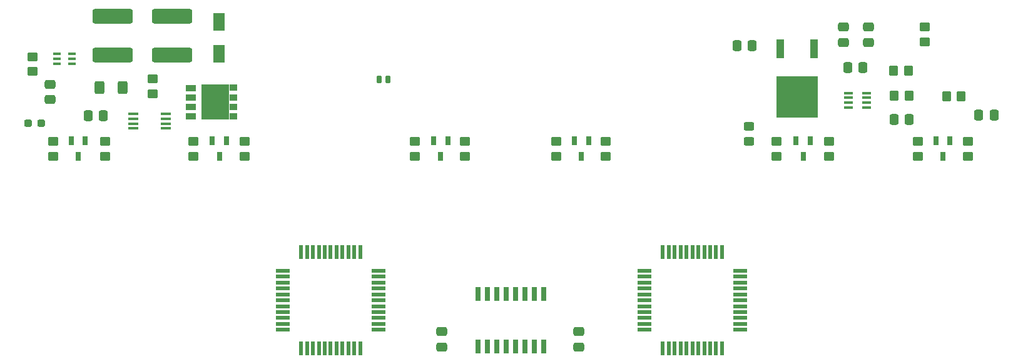
<source format=gtp>
G04 #@! TF.GenerationSoftware,KiCad,Pcbnew,8.0.4*
G04 #@! TF.CreationDate,2024-11-13T17:36:54+01:00*
G04 #@! TF.ProjectId,nixie_alarm_main_board,6e697869-655f-4616-9c61-726d5f6d6169,rev?*
G04 #@! TF.SameCoordinates,Original*
G04 #@! TF.FileFunction,Paste,Top*
G04 #@! TF.FilePolarity,Positive*
%FSLAX46Y46*%
G04 Gerber Fmt 4.6, Leading zero omitted, Abs format (unit mm)*
G04 Created by KiCad (PCBNEW 8.0.4) date 2024-11-13 17:36:54*
%MOMM*%
%LPD*%
G01*
G04 APERTURE LIST*
G04 Aperture macros list*
%AMRoundRect*
0 Rectangle with rounded corners*
0 $1 Rounding radius*
0 $2 $3 $4 $5 $6 $7 $8 $9 X,Y pos of 4 corners*
0 Add a 4 corners polygon primitive as box body*
4,1,4,$2,$3,$4,$5,$6,$7,$8,$9,$2,$3,0*
0 Add four circle primitives for the rounded corners*
1,1,$1+$1,$2,$3*
1,1,$1+$1,$4,$5*
1,1,$1+$1,$6,$7*
1,1,$1+$1,$8,$9*
0 Add four rect primitives between the rounded corners*
20,1,$1+$1,$2,$3,$4,$5,0*
20,1,$1+$1,$4,$5,$6,$7,0*
20,1,$1+$1,$6,$7,$8,$9,0*
20,1,$1+$1,$8,$9,$2,$3,0*%
G04 Aperture macros list end*
%ADD10RoundRect,0.250000X-0.450000X0.350000X-0.450000X-0.350000X0.450000X-0.350000X0.450000X0.350000X0*%
%ADD11R,0.600000X1.900000*%
%ADD12R,1.900000X0.600000*%
%ADD13RoundRect,0.250000X0.337500X0.475000X-0.337500X0.475000X-0.337500X-0.475000X0.337500X-0.475000X0*%
%ADD14RoundRect,0.249999X2.450001X-0.737501X2.450001X0.737501X-2.450001X0.737501X-2.450001X-0.737501X0*%
%ADD15RoundRect,0.250000X0.450000X-0.350000X0.450000X0.350000X-0.450000X0.350000X-0.450000X-0.350000X0*%
%ADD16R,0.650000X1.200000*%
%ADD17R,1.000000X0.400000*%
%ADD18R,1.400000X0.450000*%
%ADD19RoundRect,0.250000X0.475000X-0.337500X0.475000X0.337500X-0.475000X0.337500X-0.475000X-0.337500X0*%
%ADD20R,1.200000X0.450000*%
%ADD21RoundRect,0.250000X-0.475000X0.337500X-0.475000X-0.337500X0.475000X-0.337500X0.475000X0.337500X0*%
%ADD22RoundRect,0.250000X0.350000X0.450000X-0.350000X0.450000X-0.350000X-0.450000X0.350000X-0.450000X0*%
%ADD23R,1.060000X2.600000*%
%ADD24R,5.632000X5.700000*%
%ADD25R,0.700000X1.825000*%
%ADD26RoundRect,0.250000X-0.337500X-0.475000X0.337500X-0.475000X0.337500X0.475000X-0.337500X0.475000X0*%
%ADD27RoundRect,0.250000X-0.350000X-0.450000X0.350000X-0.450000X0.350000X0.450000X-0.350000X0.450000X0*%
%ADD28RoundRect,0.250000X-0.400000X-0.625000X0.400000X-0.625000X0.400000X0.625000X-0.400000X0.625000X0*%
%ADD29RoundRect,0.062500X0.250000X-0.437500X0.250000X0.437500X-0.250000X0.437500X-0.250000X-0.437500X0*%
%ADD30R,1.550000X2.350000*%
%ADD31R,1.450000X0.850000*%
%ADD32R,1.050000X0.850000*%
%ADD33R,3.750000X4.700000*%
%ADD34RoundRect,0.250000X0.450000X-0.325000X0.450000X0.325000X-0.450000X0.325000X-0.450000X-0.325000X0*%
%ADD35RoundRect,0.237500X0.287500X0.237500X-0.287500X0.237500X-0.287500X-0.237500X0.287500X-0.237500X0*%
G04 APERTURE END LIST*
D10*
X142850000Y-93828000D03*
X142850000Y-95828000D03*
D11*
X135500000Y-108850000D03*
X134700000Y-108850000D03*
X133900000Y-108850000D03*
X133100000Y-108850000D03*
X132300000Y-108850000D03*
X131500000Y-108850000D03*
X130700000Y-108850000D03*
X129900000Y-108850000D03*
X129100000Y-108850000D03*
X128300000Y-108850000D03*
X127500000Y-108850000D03*
D12*
X125000000Y-111350000D03*
X125000000Y-112150000D03*
X125000000Y-112950000D03*
X125000000Y-113750000D03*
X125000000Y-114550000D03*
X125000000Y-115350000D03*
X125000000Y-116150000D03*
X125000000Y-116950000D03*
X125000000Y-117750000D03*
X125000000Y-118550000D03*
X125000000Y-119350000D03*
D11*
X127500000Y-121850000D03*
X128300000Y-121850000D03*
X129100000Y-121850000D03*
X129900000Y-121850000D03*
X130700000Y-121850000D03*
X131500000Y-121850000D03*
X132300000Y-121850000D03*
X133100000Y-121850000D03*
X133900000Y-121850000D03*
X134700000Y-121850000D03*
X135500000Y-121850000D03*
D12*
X138000000Y-119350000D03*
X138000000Y-118550000D03*
X138000000Y-117750000D03*
X138000000Y-116950000D03*
X138000000Y-116150000D03*
X138000000Y-115350000D03*
X138000000Y-114550000D03*
X138000000Y-113750000D03*
X138000000Y-112950000D03*
X138000000Y-112150000D03*
X138000000Y-111350000D03*
D13*
X188537500Y-80878000D03*
X186462500Y-80878000D03*
D14*
X102000000Y-82137500D03*
X102000000Y-76862500D03*
D10*
X162050000Y-93828000D03*
X162050000Y-95828000D03*
D15*
X107450000Y-87375000D03*
X107450000Y-85375000D03*
D16*
X166410000Y-93728000D03*
X164490000Y-93728000D03*
X165450000Y-95828000D03*
D17*
X94450000Y-82000000D03*
X94450000Y-82650000D03*
X94450000Y-83300000D03*
X96450000Y-83300000D03*
X96450000Y-82650000D03*
X96450000Y-82000000D03*
D18*
X104750000Y-90125000D03*
X104750000Y-90775000D03*
X104750000Y-91425000D03*
X104750000Y-92075000D03*
X109150000Y-92075000D03*
X109150000Y-91425000D03*
X109150000Y-90775000D03*
X109150000Y-90125000D03*
D19*
X165100000Y-121687500D03*
X165100000Y-119612500D03*
D10*
X100950000Y-93828000D03*
X100950000Y-95828000D03*
D20*
X201550000Y-87275000D03*
X201550000Y-87925000D03*
X201550000Y-88575000D03*
X201550000Y-89225000D03*
X204050000Y-89225000D03*
X204050000Y-88575000D03*
X204050000Y-87925000D03*
X204050000Y-87275000D03*
D16*
X147350000Y-93728000D03*
X145430000Y-93728000D03*
X146390000Y-95828000D03*
D15*
X211875000Y-80375000D03*
X211875000Y-78375000D03*
D10*
X112950000Y-93828000D03*
X112950000Y-95828000D03*
D21*
X204300000Y-78340500D03*
X204300000Y-80415500D03*
D22*
X216825000Y-87750000D03*
X214825000Y-87750000D03*
D10*
X217750000Y-93828000D03*
X217750000Y-95828000D03*
D21*
X93550000Y-86112500D03*
X93550000Y-88187500D03*
D16*
X215310000Y-93728000D03*
X213390000Y-93728000D03*
X214350000Y-95828000D03*
D23*
X196911000Y-81265000D03*
D24*
X194625000Y-87815000D03*
D23*
X192339000Y-81265000D03*
D10*
X191850000Y-93828000D03*
X191850000Y-95828000D03*
X198950000Y-93828000D03*
X198950000Y-95828000D03*
D16*
X117410000Y-93728000D03*
X115490000Y-93728000D03*
X116450000Y-95828000D03*
D10*
X93950000Y-93828000D03*
X93950000Y-95828000D03*
D16*
X196410000Y-93728000D03*
X194490000Y-93728000D03*
X195450000Y-95828000D03*
D25*
X160345000Y-114466000D03*
X159075000Y-114466000D03*
X157805000Y-114466000D03*
X156535000Y-114466000D03*
X155265000Y-114466000D03*
X153995000Y-114466000D03*
X152725000Y-114466000D03*
X151455000Y-114466000D03*
X151455000Y-121590000D03*
X152725000Y-121590000D03*
X153995000Y-121590000D03*
X155265000Y-121590000D03*
X156535000Y-121590000D03*
X157805000Y-121590000D03*
X159075000Y-121590000D03*
X160345000Y-121590000D03*
D10*
X168750000Y-93828000D03*
X168750000Y-95828000D03*
D26*
X201462500Y-83875000D03*
X203537500Y-83875000D03*
D15*
X91125000Y-84375000D03*
X91125000Y-82375000D03*
D22*
X209650000Y-84275000D03*
X207650000Y-84275000D03*
D10*
X119850000Y-93828000D03*
X119850000Y-95828000D03*
D26*
X219212500Y-90275000D03*
X221287500Y-90275000D03*
D10*
X210950000Y-93828000D03*
X210950000Y-95828000D03*
D13*
X209812500Y-90900000D03*
X207737500Y-90900000D03*
D14*
X110025000Y-82137500D03*
X110025000Y-76862500D03*
D27*
X207750000Y-87625000D03*
X209750000Y-87625000D03*
D28*
X100250000Y-86525000D03*
X103350000Y-86525000D03*
D19*
X146500000Y-121687500D03*
X146500000Y-119612500D03*
D29*
X138050000Y-85490000D03*
X139275000Y-85490000D03*
D19*
X200850000Y-80415500D03*
X200850000Y-78340500D03*
D30*
X116350000Y-81955000D03*
X116350000Y-77655000D03*
D16*
X98310000Y-93728000D03*
X96390000Y-93728000D03*
X97350000Y-95828000D03*
D11*
X184450000Y-108850000D03*
X183650000Y-108850000D03*
X182850000Y-108850000D03*
X182050000Y-108850000D03*
X181250000Y-108850000D03*
X180450000Y-108850000D03*
X179650000Y-108850000D03*
X178850000Y-108850000D03*
X178050000Y-108850000D03*
X177250000Y-108850000D03*
X176450000Y-108850000D03*
D12*
X173950000Y-111350000D03*
X173950000Y-112150000D03*
X173950000Y-112950000D03*
X173950000Y-113750000D03*
X173950000Y-114550000D03*
X173950000Y-115350000D03*
X173950000Y-116150000D03*
X173950000Y-116950000D03*
X173950000Y-117750000D03*
X173950000Y-118550000D03*
X173950000Y-119350000D03*
D11*
X176450000Y-121850000D03*
X177250000Y-121850000D03*
X178050000Y-121850000D03*
X178850000Y-121850000D03*
X179650000Y-121850000D03*
X180450000Y-121850000D03*
X181250000Y-121850000D03*
X182050000Y-121850000D03*
X182850000Y-121850000D03*
X183650000Y-121850000D03*
X184450000Y-121850000D03*
D12*
X186950000Y-119350000D03*
X186950000Y-118550000D03*
X186950000Y-117750000D03*
X186950000Y-116950000D03*
X186950000Y-116150000D03*
X186950000Y-115350000D03*
X186950000Y-114550000D03*
X186950000Y-113750000D03*
X186950000Y-112950000D03*
X186950000Y-112150000D03*
X186950000Y-111350000D03*
D31*
X112600000Y-86595000D03*
X112600000Y-87865000D03*
X112600000Y-89135000D03*
X112600000Y-90405000D03*
D32*
X118300000Y-90425000D03*
X118300000Y-89135000D03*
X118300000Y-87865000D03*
X118300000Y-86575000D03*
D33*
X115900000Y-88500000D03*
D34*
X188100000Y-93825000D03*
X188100000Y-91775000D03*
D26*
X98687500Y-90350000D03*
X100762500Y-90350000D03*
D15*
X149650000Y-95828000D03*
X149650000Y-93828000D03*
D35*
X92325000Y-91400000D03*
X90575000Y-91400000D03*
M02*

</source>
